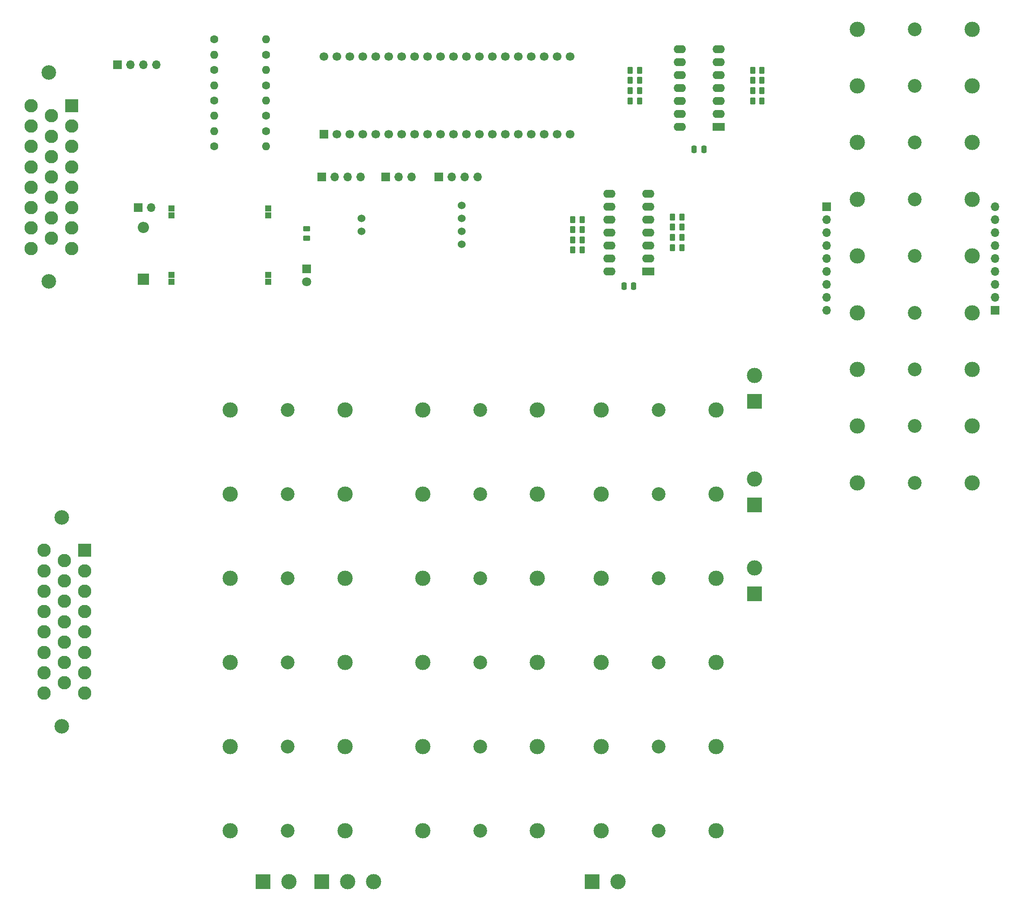
<source format=gbr>
%TF.GenerationSoftware,KiCad,Pcbnew,(6.0.2)*%
%TF.CreationDate,2022-03-17T16:38:25-03:00*%
%TF.ProjectId,painel1,7061696e-656c-4312-9e6b-696361645f70,rev?*%
%TF.SameCoordinates,Original*%
%TF.FileFunction,Soldermask,Top*%
%TF.FilePolarity,Negative*%
%FSLAX46Y46*%
G04 Gerber Fmt 4.6, Leading zero omitted, Abs format (unit mm)*
G04 Created by KiCad (PCBNEW (6.0.2)) date 2022-03-17 16:38:25*
%MOMM*%
%LPD*%
G01*
G04 APERTURE LIST*
G04 Aperture macros list*
%AMRoundRect*
0 Rectangle with rounded corners*
0 $1 Rounding radius*
0 $2 $3 $4 $5 $6 $7 $8 $9 X,Y pos of 4 corners*
0 Add a 4 corners polygon primitive as box body*
4,1,4,$2,$3,$4,$5,$6,$7,$8,$9,$2,$3,0*
0 Add four circle primitives for the rounded corners*
1,1,$1+$1,$2,$3*
1,1,$1+$1,$4,$5*
1,1,$1+$1,$6,$7*
1,1,$1+$1,$8,$9*
0 Add four rect primitives between the rounded corners*
20,1,$1+$1,$2,$3,$4,$5,0*
20,1,$1+$1,$4,$5,$6,$7,0*
20,1,$1+$1,$6,$7,$8,$9,0*
20,1,$1+$1,$8,$9,$2,$3,0*%
G04 Aperture macros list end*
%ADD10R,1.700000X1.700000*%
%ADD11O,1.700000X1.700000*%
%ADD12RoundRect,0.250000X0.250000X0.475000X-0.250000X0.475000X-0.250000X-0.475000X0.250000X-0.475000X0*%
%ADD13C,2.700000*%
%ADD14C,3.000000*%
%ADD15R,1.308000X1.308000*%
%ADD16RoundRect,0.250000X0.450000X-0.262500X0.450000X0.262500X-0.450000X0.262500X-0.450000X-0.262500X0*%
%ADD17R,3.000000X3.000000*%
%ADD18C,1.600000*%
%ADD19O,1.600000X1.600000*%
%ADD20RoundRect,0.250000X-0.262500X-0.450000X0.262500X-0.450000X0.262500X0.450000X-0.262500X0.450000X0*%
%ADD21R,2.200000X2.200000*%
%ADD22O,2.200000X2.200000*%
%ADD23R,2.400000X1.600000*%
%ADD24O,2.400000X1.600000*%
%ADD25RoundRect,0.250000X0.262500X0.450000X-0.262500X0.450000X-0.262500X-0.450000X0.262500X-0.450000X0*%
%ADD26R,1.800000X1.800000*%
%ADD27C,1.800000*%
%ADD28C,2.850000*%
%ADD29R,2.625000X2.625000*%
%ADD30C,2.625000*%
%ADD31C,1.524000*%
%ADD32C,1.700000*%
G04 APERTURE END LIST*
D10*
%TO.C,J6*%
X93950000Y-79000000D03*
D11*
X96490000Y-79000000D03*
X99030000Y-79000000D03*
X101570000Y-79000000D03*
%TD*%
D12*
%TO.C,C1*%
X155125000Y-100415000D03*
X153225000Y-100415000D03*
%TD*%
D13*
%TO.C,F14*%
X87273923Y-207245188D03*
D14*
X76023923Y-207245188D03*
X98523923Y-207245188D03*
%TD*%
D13*
%TO.C,F11*%
X87273923Y-141245188D03*
D14*
X76023923Y-141245188D03*
X98523923Y-141245188D03*
%TD*%
D15*
%TO.C,U2*%
X64500000Y-85130000D03*
X64500000Y-86530000D03*
X64500000Y-98200000D03*
X64500000Y-99600000D03*
X83500000Y-85130000D03*
X83500000Y-86530000D03*
X83500000Y-98200000D03*
X83500000Y-99600000D03*
%TD*%
D13*
%TO.C,F2*%
X210250000Y-127875000D03*
D14*
X221500000Y-127875000D03*
X199000000Y-127875000D03*
%TD*%
D10*
%TO.C,J5*%
X106475000Y-79000000D03*
D11*
X109015000Y-79000000D03*
X111555000Y-79000000D03*
%TD*%
D13*
%TO.C,F15*%
X87273923Y-190745188D03*
D14*
X76023923Y-190745188D03*
X98523923Y-190745188D03*
%TD*%
D12*
%TO.C,C2*%
X168900000Y-73550000D03*
X167000000Y-73550000D03*
%TD*%
D13*
%TO.C,F3*%
X210250000Y-116750000D03*
D14*
X221500000Y-116750000D03*
X199000000Y-116750000D03*
%TD*%
D13*
%TO.C,F7*%
X160023923Y-207245188D03*
D14*
X171273923Y-207245188D03*
X148773923Y-207245188D03*
%TD*%
D16*
%TO.C,R1*%
X91000000Y-91000000D03*
X91000000Y-89175000D03*
%TD*%
D17*
%TO.C,J9*%
X178823923Y-160785188D03*
D14*
X178823923Y-155705188D03*
%TD*%
D18*
%TO.C,R16*%
X83080000Y-70000000D03*
D19*
X72920000Y-70000000D03*
%TD*%
D20*
%TO.C,R22*%
X162762500Y-92827500D03*
X164587500Y-92827500D03*
%TD*%
%TO.C,R24*%
X178450000Y-64050000D03*
X180275000Y-64050000D03*
%TD*%
D17*
%TO.C,J7*%
X178823923Y-123045188D03*
D14*
X178823923Y-117965188D03*
%TD*%
D17*
%TO.C,J5*%
X82483923Y-217245188D03*
D14*
X87563923Y-217245188D03*
%TD*%
D13*
%TO.C,F7*%
X210250000Y-72250000D03*
D14*
X221500000Y-72250000D03*
X199000000Y-72250000D03*
%TD*%
D13*
%TO.C,F16*%
X160023923Y-124745188D03*
D14*
X148773923Y-124745188D03*
X171273923Y-124745188D03*
%TD*%
D21*
%TO.C,D1*%
X59000000Y-99080000D03*
D22*
X59000000Y-88920000D03*
%TD*%
D17*
%TO.C,J4*%
X93943923Y-217245188D03*
D14*
X99023923Y-217245188D03*
X104103923Y-217245188D03*
%TD*%
D13*
%TO.C,F8*%
X210250000Y-61125000D03*
D14*
X221500000Y-61125000D03*
X199000000Y-61125000D03*
%TD*%
D13*
%TO.C,F2*%
X125023923Y-207245188D03*
D14*
X136273923Y-207245188D03*
X113773923Y-207245188D03*
%TD*%
D20*
%TO.C,R9*%
X154450000Y-62050000D03*
X156275000Y-62050000D03*
%TD*%
D23*
%TO.C,U3*%
X158000000Y-97540000D03*
D24*
X158000000Y-95000000D03*
X158000000Y-92460000D03*
X158000000Y-89920000D03*
X158000000Y-87380000D03*
X158000000Y-84840000D03*
X158000000Y-82300000D03*
X150380000Y-82300000D03*
X150380000Y-84840000D03*
X150380000Y-87380000D03*
X150380000Y-89920000D03*
X150380000Y-92460000D03*
X150380000Y-95000000D03*
X150380000Y-97540000D03*
%TD*%
D17*
%TO.C,J6*%
X147023923Y-217245188D03*
D14*
X152103923Y-217245188D03*
%TD*%
D18*
%TO.C,R4*%
X83080000Y-61000000D03*
D19*
X72920000Y-61000000D03*
%TD*%
D20*
%TO.C,R15*%
X154450000Y-60050000D03*
X156275000Y-60050000D03*
%TD*%
D13*
%TO.C,F9*%
X87273923Y-174245188D03*
D14*
X76023923Y-174245188D03*
X98523923Y-174245188D03*
%TD*%
D13*
%TO.C,F9*%
X210250000Y-50000000D03*
D14*
X221500000Y-50000000D03*
X199000000Y-50000000D03*
%TD*%
D13*
%TO.C,F6*%
X210250000Y-83375000D03*
D14*
X221500000Y-83375000D03*
X199000000Y-83375000D03*
%TD*%
D25*
%TO.C,R23*%
X164587500Y-90827500D03*
X162762500Y-90827500D03*
%TD*%
%TO.C,R25*%
X180275000Y-62050000D03*
X178450000Y-62050000D03*
%TD*%
%TO.C,R19*%
X164587500Y-88827500D03*
X162762500Y-88827500D03*
%TD*%
D13*
%TO.C,F13*%
X125023923Y-124745188D03*
D14*
X136273923Y-124745188D03*
X113773923Y-124745188D03*
%TD*%
D13*
%TO.C,F5*%
X125023923Y-157745188D03*
D14*
X136273923Y-157745188D03*
X113773923Y-157745188D03*
%TD*%
D18*
%TO.C,R2*%
X83080000Y-55000000D03*
D19*
X72920000Y-55000000D03*
%TD*%
D23*
%TO.C,U4*%
X171775000Y-69175000D03*
D24*
X171775000Y-66635000D03*
X171775000Y-64095000D03*
X171775000Y-61555000D03*
X171775000Y-59015000D03*
X171775000Y-56475000D03*
X171775000Y-53935000D03*
X164155000Y-53935000D03*
X164155000Y-56475000D03*
X164155000Y-59015000D03*
X164155000Y-61555000D03*
X164155000Y-64095000D03*
X164155000Y-66635000D03*
X164155000Y-69175000D03*
%TD*%
D20*
%TO.C,R7*%
X143175000Y-91327500D03*
X145000000Y-91327500D03*
%TD*%
D25*
%TO.C,R6*%
X145000000Y-93327500D03*
X143175000Y-93327500D03*
%TD*%
D18*
%TO.C,R17*%
X72920000Y-73000000D03*
D19*
X83080000Y-73000000D03*
%TD*%
D13*
%TO.C,F4*%
X210250000Y-105625000D03*
D14*
X221500000Y-105625000D03*
X199000000Y-105625000D03*
%TD*%
D25*
%TO.C,R8*%
X156275000Y-64050000D03*
X154450000Y-64050000D03*
%TD*%
D10*
%TO.C,J2*%
X193000000Y-84850000D03*
D11*
X193000000Y-87390000D03*
X193000000Y-89930000D03*
X193000000Y-92470000D03*
X193000000Y-95010000D03*
X193000000Y-97550000D03*
X193000000Y-100090000D03*
X193000000Y-102630000D03*
X193000000Y-105170000D03*
%TD*%
D13*
%TO.C,F10*%
X87273923Y-157745188D03*
D14*
X76023923Y-157745188D03*
X98523923Y-157745188D03*
%TD*%
D20*
%TO.C,R18*%
X162762500Y-86827500D03*
X164587500Y-86827500D03*
%TD*%
D25*
%TO.C,R14*%
X156275000Y-58050000D03*
X154450000Y-58050000D03*
%TD*%
%TO.C,R21*%
X180275000Y-60050000D03*
X178450000Y-60050000D03*
%TD*%
D20*
%TO.C,R13*%
X143175000Y-89327500D03*
X145000000Y-89327500D03*
%TD*%
D10*
%TO.C,J1*%
X226000000Y-105150000D03*
D11*
X226000000Y-102610000D03*
X226000000Y-100070000D03*
X226000000Y-97530000D03*
X226000000Y-94990000D03*
X226000000Y-92450000D03*
X226000000Y-89910000D03*
X226000000Y-87370000D03*
X226000000Y-84830000D03*
%TD*%
D13*
%TO.C,F4*%
X125023923Y-174245188D03*
D14*
X136273923Y-174245188D03*
X113773923Y-174245188D03*
%TD*%
D26*
%TO.C,D2*%
X91000000Y-97000000D03*
D27*
X91000000Y-99540000D03*
%TD*%
D18*
%TO.C,R5*%
X72920000Y-58000000D03*
D19*
X83080000Y-58000000D03*
%TD*%
D18*
%TO.C,R3*%
X72920000Y-52000000D03*
D19*
X83080000Y-52000000D03*
%TD*%
D28*
%TO.C,J1*%
X40500000Y-58500000D03*
X40500000Y-99500000D03*
D29*
X45000000Y-65000000D03*
D30*
X45000000Y-69000000D03*
X45000000Y-73000000D03*
X45000000Y-77000000D03*
X45000000Y-81000000D03*
X45000000Y-85000000D03*
X45000000Y-89000000D03*
X45000000Y-93000000D03*
X41000000Y-67000000D03*
X41000000Y-71000000D03*
X41000000Y-75000000D03*
X41000000Y-79000000D03*
X41000000Y-83000000D03*
X41000000Y-87000000D03*
X41000000Y-91000000D03*
X37000000Y-65000000D03*
X37000000Y-69000000D03*
X37000000Y-73000000D03*
X37000000Y-77000000D03*
X37000000Y-81000000D03*
X37000000Y-85000000D03*
X37000000Y-89000000D03*
X37000000Y-93000000D03*
%TD*%
D18*
%TO.C,R11*%
X72920000Y-64000000D03*
D19*
X83080000Y-64000000D03*
%TD*%
D13*
%TO.C,F1*%
X210250000Y-139000000D03*
D14*
X221500000Y-139000000D03*
X199000000Y-139000000D03*
%TD*%
D13*
%TO.C,F12*%
X87273923Y-124745188D03*
D14*
X76023923Y-124745188D03*
X98523923Y-124745188D03*
%TD*%
D28*
%TO.C,J1*%
X43023923Y-186745188D03*
X43023923Y-145745188D03*
D29*
X47523923Y-152245188D03*
D30*
X47523923Y-156245188D03*
X47523923Y-160245188D03*
X47523923Y-164245188D03*
X47523923Y-168245188D03*
X47523923Y-172245188D03*
X47523923Y-176245188D03*
X47523923Y-180245188D03*
X43523923Y-154245188D03*
X43523923Y-158245188D03*
X43523923Y-162245188D03*
X43523923Y-166245188D03*
X43523923Y-170245188D03*
X43523923Y-174245188D03*
X43523923Y-178245188D03*
X39523923Y-152245188D03*
X39523923Y-156245188D03*
X39523923Y-160245188D03*
X39523923Y-164245188D03*
X39523923Y-168245188D03*
X39523923Y-172245188D03*
X39523923Y-176245188D03*
X39523923Y-180245188D03*
%TD*%
D13*
%TO.C,F1*%
X160023923Y-174245188D03*
D14*
X171273923Y-174245188D03*
X148773923Y-174245188D03*
%TD*%
D13*
%TO.C,F5*%
X210250000Y-94500000D03*
D14*
X221500000Y-94500000D03*
X199000000Y-94500000D03*
%TD*%
D10*
%TO.C,J4*%
X116920000Y-79000000D03*
D11*
X119460000Y-79000000D03*
X122000000Y-79000000D03*
X124540000Y-79000000D03*
%TD*%
D31*
%TO.C,U5*%
X121430000Y-92222500D03*
X121430000Y-89682500D03*
X121430000Y-87142500D03*
X121430000Y-84602500D03*
X101745000Y-89682500D03*
X101745000Y-87142500D03*
%TD*%
D13*
%TO.C,F18*%
X160023923Y-157745188D03*
D14*
X148773923Y-157745188D03*
X171273923Y-157745188D03*
%TD*%
D17*
%TO.C,J10*%
X178823923Y-143365188D03*
D14*
X178823923Y-138285188D03*
%TD*%
D13*
%TO.C,F19*%
X160023923Y-141245188D03*
D14*
X148773923Y-141245188D03*
X171273923Y-141245188D03*
%TD*%
D13*
%TO.C,F3*%
X125023923Y-190745188D03*
D14*
X136273923Y-190745188D03*
X113773923Y-190745188D03*
%TD*%
D18*
%TO.C,R10*%
X83080000Y-67000000D03*
D19*
X72920000Y-67000000D03*
%TD*%
D20*
%TO.C,R20*%
X178450000Y-58050000D03*
X180275000Y-58050000D03*
%TD*%
D10*
%TO.C,U1*%
X94370000Y-70620000D03*
D32*
X96910000Y-70620000D03*
X99450000Y-70620000D03*
X101990000Y-70620000D03*
X104530000Y-70620000D03*
X107070000Y-70620000D03*
X109610000Y-70620000D03*
X112150000Y-70620000D03*
X114690000Y-70620000D03*
X117230000Y-70620000D03*
X119770000Y-70620000D03*
X122310000Y-70620000D03*
X124850000Y-70620000D03*
X127390000Y-70620000D03*
X129930000Y-70620000D03*
X132470000Y-70620000D03*
X135010000Y-70620000D03*
X137550000Y-70620000D03*
X140090000Y-70620000D03*
X142630000Y-70620000D03*
X142630000Y-55380000D03*
X140090000Y-55380000D03*
X137550000Y-55380000D03*
X135010000Y-55380000D03*
X132470000Y-55380000D03*
X129930000Y-55380000D03*
X127390000Y-55380000D03*
X124850000Y-55380000D03*
X122310000Y-55380000D03*
X119770000Y-55380000D03*
X117230000Y-55380000D03*
X114690000Y-55380000D03*
X112150000Y-55380000D03*
X109610000Y-55380000D03*
X107070000Y-55380000D03*
X104530000Y-55380000D03*
X101990000Y-55380000D03*
X99450000Y-55380000D03*
X96910000Y-55380000D03*
X94370000Y-55380000D03*
%TD*%
D13*
%TO.C,F8*%
X160023923Y-190745188D03*
D14*
X171273923Y-190745188D03*
X148773923Y-190745188D03*
%TD*%
D13*
%TO.C,F6*%
X125023923Y-141245188D03*
D14*
X136273923Y-141245188D03*
X113773923Y-141245188D03*
%TD*%
D10*
%TO.C,J3*%
X53920000Y-57000000D03*
D11*
X56460000Y-57000000D03*
X59000000Y-57000000D03*
X61540000Y-57000000D03*
%TD*%
D10*
%TO.C,J2*%
X58000000Y-85000000D03*
D11*
X60540000Y-85000000D03*
%TD*%
D25*
%TO.C,R12*%
X145000000Y-87327500D03*
X143175000Y-87327500D03*
%TD*%
M02*

</source>
